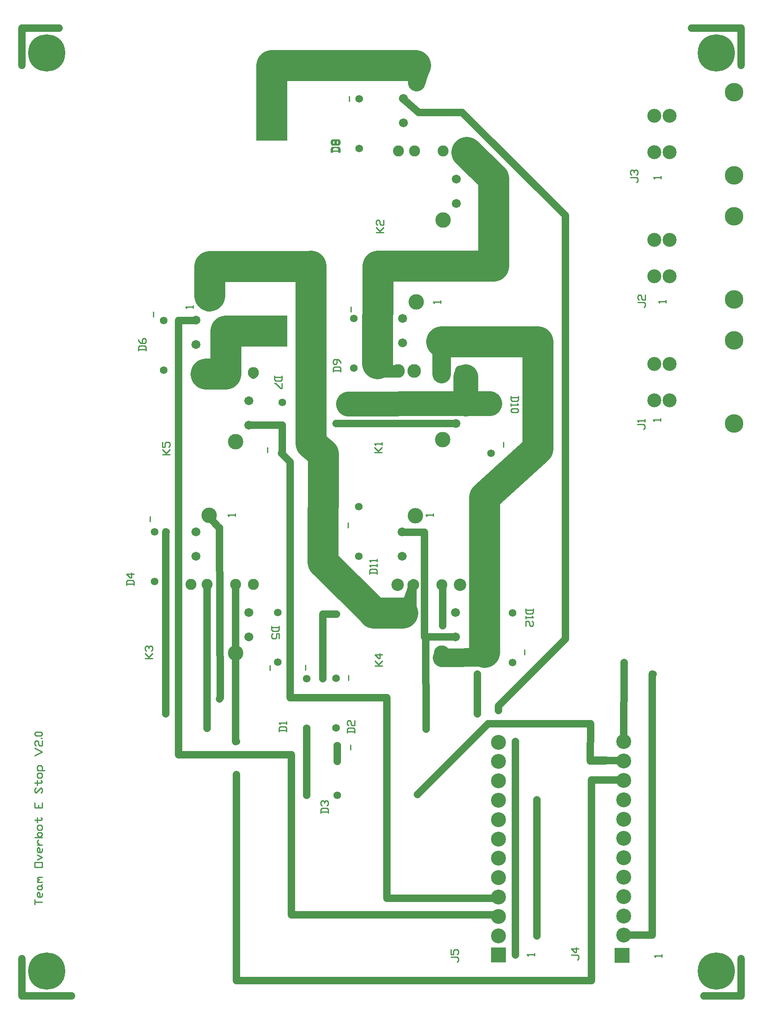
<source format=gtl>
*%FSLAX23Y23*%
*%MOIN*%
G01*
%ADD11C,0.150*%
%ADD12C,0.112*%
%ADD13C,0.120*%
%ADD14C,0.130*%
%ADD15C,0.140*%
%ADD16C,0.110*%
%ADD17C,0.100*%
%ADD18C,0.125*%
%ADD19C,0.090*%
%ADD20C,0.072*%
%ADD21C,0.089*%
%ADD22C,0.015*%
%ADD23C,0.200*%
%ADD24C,0.062*%
%ADD25C,0.060*%
%ADD26C,0.250*%
%ADD27C,0.010*%
%ADD28C,0.300*%
%ADD29C,0.012*%
%ADD30R,0.120X0.120*%
%ADD31R,0.025X0.025*%
D11*
X3587Y2927D02*
X3587Y2927D01*
X3940Y2930D01*
X5942Y4813D03*
X5942Y5482D03*
X5942Y5813D03*
X5942Y6482D03*
X5942Y6813D03*
X5942Y7482D03*
X3582Y5472D02*
X3582Y5472D01*
X3582Y5213D01*
D12*
X5300Y5295D03*
X5425Y5295D03*
X5425Y5000D03*
X5300Y5000D03*
X5300Y6000D03*
X5425Y6000D03*
X5425Y6295D03*
X5300Y6295D03*
X5300Y7000D03*
X5425Y7000D03*
X5425Y7295D03*
X5300Y7295D03*
D13*
X4044Y2245D03*
X4044Y2089D03*
X4044Y1933D03*
X4044Y1777D03*
X4044Y1621D03*
X4044Y1465D03*
X4044Y1309D03*
X4044Y1153D03*
X4044Y997D03*
X4044Y841D03*
X4044Y685D03*
X5052Y689D03*
X5052Y845D03*
X5052Y1001D03*
X5052Y1157D03*
X5052Y1313D03*
X5052Y1469D03*
X5052Y1625D03*
X5052Y1781D03*
X5052Y1937D03*
X5052Y2093D03*
X5052Y2249D03*
D14*
X3588Y2960D03*
D15*
X3384Y7560D02*
X3384Y7560D01*
X3428Y7696D01*
X3384Y7564D03*
D16*
X3363Y5237D03*
X3233Y5237D03*
X3592Y5237D03*
D17*
X3235Y5235D02*
X3235Y5235D01*
X3120Y5235D01*
X3733Y3515D03*
X3229Y3515D03*
D18*
X3375Y4070D03*
X3592Y4682D03*
X3379Y5792D03*
X3597Y6454D03*
X1710Y4072D03*
X1923Y4667D03*
X1710Y5777D03*
X1923Y2962D03*
D19*
X1694Y5222D03*
X2068Y5222D03*
D20*
X2031Y4996D03*
X2031Y4799D03*
X1602Y5449D03*
X1602Y5646D03*
X3271Y5661D03*
X3271Y5464D03*
X3700Y5011D03*
X3700Y4814D03*
X3267Y3939D03*
X3267Y3742D03*
X3696Y3289D03*
X3696Y3092D03*
X2031Y3094D03*
X2031Y3291D03*
X1602Y3744D03*
X1602Y3941D03*
X3705Y6586D03*
X3705Y6783D03*
X3276Y7236D03*
X3276Y7433D03*
D21*
X3238Y7009D03*
X3368Y7009D03*
X3597Y7009D03*
X3742Y7009D03*
X3737Y5237D03*
X3588Y3515D03*
X3359Y3515D03*
X2068Y3517D03*
X1923Y3517D03*
X1694Y3517D03*
X1564Y3517D03*
D23*
X2835Y4970D02*
X2835Y4970D01*
X3636Y4974D01*
X3636Y4974D02*
X3636Y4974D01*
X3973Y4975D01*
X3780Y4970D02*
X3780Y4970D01*
X3780Y5190D01*
X2152Y5560D02*
X2152Y5561D01*
X2215Y7284D02*
X2215Y7511D01*
D24*
X2919Y7429D03*
X2919Y7029D03*
X2876Y5660D03*
X2876Y5260D03*
X2299Y4984D03*
X2299Y4584D03*
X2916Y4142D03*
X2916Y3742D03*
X2265Y3290D03*
X2265Y2890D03*
X2496Y2757D03*
X2734Y2759D03*
X2734Y2359D03*
X2742Y2217D03*
X2496Y2357D03*
X2742Y1817D03*
X4158Y2888D03*
X4158Y3288D03*
X3985Y4575D03*
X3985Y4975D03*
X1344Y5245D03*
X1344Y5645D03*
X1269Y3939D03*
X1269Y3539D03*
D25*
X1359Y3939D02*
X1359Y3939D01*
X1359Y2484D01*
X1359Y2484D02*
X1359Y2484D01*
X1359Y2474D01*
X1359Y2474D03*
X1462Y2143D02*
X1462Y2143D01*
X2372Y2143D01*
X2372Y2143D02*
X2372Y2143D01*
X2372Y855D01*
X2372Y855D02*
X2372Y855D01*
X4038Y855D01*
X4038Y988D02*
X4038Y988D01*
X3142Y988D01*
X3142Y988D02*
X3142Y988D01*
X3142Y2605D01*
X3142Y2605D02*
X3142Y2605D01*
X2365Y2605D01*
X2365Y2605D02*
X2365Y2605D01*
X2365Y4502D01*
X2365Y4502D02*
X2365Y4502D01*
X2295Y4572D01*
X2299Y4584D02*
X2299Y4584D01*
X2299Y4799D01*
X2299Y4799D02*
X2299Y4799D01*
X2029Y4799D01*
X2734Y4814D02*
X2734Y4814D01*
X3700Y4814D01*
X3593Y3514D02*
X3593Y3514D01*
X3593Y3182D01*
X3594Y3183D03*
X3687Y3092D02*
X3687Y3092D01*
X3447Y3092D01*
X3447Y3092D02*
X3447Y3092D01*
X3447Y3938D01*
X3447Y3938D02*
X3447Y3938D01*
X3261Y3938D01*
X3356Y3529D02*
X3356Y3529D01*
X3271Y3292D01*
X3355Y3310D02*
X3355Y3310D01*
X3355Y3520D01*
X3340Y3520D02*
X3340Y3520D01*
X3340Y3370D01*
X3456Y3082D02*
X3456Y3082D01*
X3459Y2351D01*
X3459Y2351D03*
X3874Y2474D02*
X3874Y2474D01*
X3874Y2794D01*
X3874Y2794D02*
X3874Y2794D01*
X3874Y2784D01*
X3874Y2794D03*
X4044Y2537D02*
X4044Y2537D01*
X4584Y3077D01*
X4584Y3077D02*
X4584Y3077D01*
X4584Y6491D01*
X4584Y6491D02*
X4584Y6491D01*
X3750Y7320D01*
X3750Y7320D02*
X3750Y7320D01*
X3400Y7320D01*
X3400Y7320D02*
X3400Y7320D01*
X3270Y7435D01*
X2265Y7288D03*
X2165Y7288D03*
X2165Y7176D03*
X2265Y7176D03*
X500Y8000D02*
X500Y8000D01*
X200Y8000D01*
X200Y8000D02*
X200Y8000D01*
X200Y7700D01*
X2165Y5610D03*
X2165Y5510D03*
X2265Y5510D03*
X2265Y5610D03*
X2068Y5222D02*
X2068Y5222D01*
X2068Y5204D01*
X1602Y5643D02*
X1602Y5643D01*
X1462Y5643D01*
X1462Y5643D02*
X1462Y5643D01*
X1462Y2143D01*
X1694Y2357D03*
X1694Y2357D01*
X1694Y3517D01*
X1923Y3517D02*
X1923Y3517D01*
X1923Y2962D01*
X1924Y2954D02*
X1924Y2954D01*
X1924Y2249D01*
X1929Y2249D03*
X1929Y1984D03*
X1929Y1984D01*
X1929Y324D01*
X1929Y324D02*
X1929Y324D01*
X4794Y324D01*
X4794Y324D02*
X4794Y324D01*
X4794Y1939D01*
X4794Y1939D02*
X4794Y1939D01*
X5049Y1939D01*
X5042Y2096D02*
X5042Y2096D01*
X4784Y2094D01*
X4784Y2094D02*
X4784Y2094D01*
X4788Y2393D01*
X4788Y2393D02*
X4788Y2393D01*
X3960Y2393D01*
X3960Y2393D02*
X3960Y2393D01*
X3390Y1823D01*
X3390Y1823D03*
X2742Y2089D03*
X2742Y2089D01*
X2742Y2217D01*
X2496Y2357D02*
X2496Y2357D01*
X2496Y1817D01*
X2496Y1817D03*
X1794Y2594D02*
X1794Y2594D01*
X1799Y2604D01*
X1799Y2604D03*
X1799Y2604D01*
X1794Y3964D01*
X1794Y3974D02*
X1794Y3974D01*
X1784Y3979D01*
X1784Y3979D02*
X1784Y3979D01*
X1709Y4059D01*
X1364Y3939D03*
X2628Y3276D02*
X2628Y3276D01*
X2628Y2756D01*
X2628Y2756D02*
X2628Y2756D01*
X2628Y2757D01*
X2628Y2756D03*
X2628Y3276D02*
X2628Y3276D01*
X2738Y3276D01*
X2738Y3276D03*
X3874Y2474D03*
X4044Y2499D02*
X4044Y2499D01*
X4044Y2529D01*
X4044Y2499D03*
X4181Y2250D02*
X4181Y2250D01*
X4181Y529D01*
X4181Y529D03*
X4352Y685D02*
X4352Y685D01*
X4352Y1780D01*
X4352Y1780D03*
X4181Y2250D03*
X4794Y2101D02*
X4794Y2101D01*
X5049Y2098D01*
X5052Y2249D02*
X5052Y2249D01*
X5056Y2888D01*
X5056Y2888D03*
X5284Y2794D02*
X5284Y2794D01*
X5284Y689D01*
X5284Y689D02*
X5284Y689D01*
X5049Y689D01*
X5700Y200D02*
X5700Y200D01*
X6000Y200D01*
X6000Y200D02*
X6000Y200D01*
X6000Y500D01*
X5289Y2794D03*
X4352Y685D03*
X600Y200D02*
X600Y200D01*
X200Y200D01*
X200Y200D02*
X200Y200D01*
X200Y500D01*
X2738Y4812D03*
X2834Y4930D03*
X2834Y5026D03*
X2937Y5026D03*
X2937Y4930D03*
X5425Y6000D02*
X5425Y6000D01*
X5425Y6004D01*
X5425Y6004D03*
X6000Y7700D02*
X6000Y7700D01*
X6000Y8000D01*
X6000Y8000D02*
X6000Y8000D01*
X5600Y8000D01*
D26*
X4003Y6789D02*
X4003Y6789D01*
X3788Y7000D01*
X3375Y7700D02*
X3375Y7700D01*
X2215Y7700D01*
X3069Y6084D02*
X3069Y6084D01*
X4004Y6084D01*
X4004Y6084D02*
X4004Y6084D01*
X4002Y6789D01*
X3069Y6084D02*
X3069Y6084D01*
X3068Y5296D01*
X3582Y5472D02*
X3582Y5472D01*
X4360Y5473D01*
X4360Y5473D02*
X4360Y5473D01*
X4360Y4610D01*
X4360Y4610D02*
X4360Y4610D01*
X3930Y4219D01*
X3930Y4219D02*
X3930Y4219D01*
X3930Y2969D01*
X3269Y3288D02*
X3269Y3288D01*
X3036Y3288D01*
X3042Y3288D02*
X3042Y3288D01*
X2628Y3696D01*
X2628Y3696D02*
X2628Y3696D01*
X2630Y4570D01*
X2630Y4570D02*
X2630Y4570D01*
X2530Y4655D01*
X2530Y4655D02*
X2530Y4655D01*
X2530Y6085D01*
X2530Y6080D02*
X2530Y6080D01*
X1715Y6080D01*
X1715Y6080D02*
X1715Y6080D01*
X1715Y5845D01*
X1845Y5560D02*
X1845Y5560D01*
X1845Y5215D01*
X1845Y5215D02*
X1845Y5215D01*
X1685Y5215D01*
X1845Y5560D02*
X1845Y5560D01*
X1965Y5560D01*
D27*
X1530Y5745D02*
X1530Y5745D01*
X1520Y5755D01*
X1580Y5755D02*
X1520Y5755D01*
X1580Y5745D02*
X1580Y5755D01*
X1580Y5745D02*
X1580Y5765D01*
X1259Y5714D02*
X1259Y5714D01*
X1259Y5674D01*
X1200Y5430D02*
X1200Y5430D01*
X1200Y5400D01*
X1190Y5440D02*
X1200Y5430D01*
X1190Y5440D02*
X1150Y5440D01*
X1150Y5440D02*
X1140Y5430D01*
X1140Y5430D02*
X1140Y5400D01*
X1140Y5410D02*
X1140Y5400D01*
X1200Y5410D02*
X1140Y5410D01*
X1170Y5490D02*
X1170Y5490D01*
X1170Y5460D01*
X1180Y5500D02*
X1170Y5490D01*
X1190Y5500D02*
X1180Y5500D01*
X1190Y5500D02*
X1200Y5490D01*
X1200Y5490D02*
X1200Y5470D01*
X1200Y5470D02*
X1190Y5460D01*
X1190Y5460D02*
X1160Y5460D01*
X1140Y5480D02*
X1160Y5460D01*
X1140Y5490D02*
X1140Y5480D01*
X1332Y4565D02*
X1332Y4565D01*
X1392Y4565D01*
X1332Y4605D02*
X1332Y4605D01*
X1362Y4575D01*
X1362Y4575D02*
X1362Y4565D01*
X1362Y4575D02*
X1362Y4565D01*
X1392Y4605D02*
X1362Y4575D01*
X1392Y4635D02*
X1392Y4635D01*
X1382Y4625D01*
X1392Y4655D02*
X1392Y4635D01*
X1382Y4665D02*
X1392Y4655D01*
X1362Y4665D02*
X1382Y4665D01*
X1362Y4665D02*
X1352Y4655D01*
X1352Y4655D02*
X1352Y4625D01*
X1332Y4625D02*
X1352Y4625D01*
X1332Y4665D02*
X1332Y4625D01*
X1234Y4064D02*
X1234Y4064D01*
X1234Y4024D01*
X1104Y3539D02*
X1104Y3539D01*
X1104Y3509D01*
X1094Y3549D02*
X1104Y3539D01*
X1094Y3549D02*
X1054Y3549D01*
X1054Y3549D02*
X1044Y3539D01*
X1044Y3539D02*
X1044Y3509D01*
X1044Y3519D02*
X1044Y3509D01*
X1104Y3519D02*
X1044Y3519D01*
X1084Y3609D02*
X1084Y3609D01*
X1084Y3569D01*
X1084Y3569D02*
X1074Y3569D01*
X1044Y3599D02*
X1074Y3569D01*
X1104Y3599D02*
X1044Y3599D01*
X1860Y4077D02*
X1860Y4077D01*
X1870Y4067D01*
X1860Y4077D02*
X1920Y4077D01*
X1920Y4067D02*
X1920Y4077D01*
X1920Y4067D02*
X1920Y4087D01*
X2180Y4580D02*
X2180Y4580D01*
X2180Y4620D01*
X2236Y5166D02*
X2236Y5166D01*
X2236Y5196D01*
X2246Y5156D02*
X2236Y5166D01*
X2246Y5156D02*
X2286Y5156D01*
X2286Y5156D02*
X2296Y5166D01*
X2296Y5166D02*
X2296Y5196D01*
X2296Y5186D02*
X2296Y5196D01*
X2236Y5186D02*
X2296Y5186D01*
X2296Y5096D02*
X2296Y5096D01*
X2296Y5136D01*
X2286Y5096D02*
X2296Y5096D01*
X2286Y5096D02*
X2246Y5136D01*
X2236Y5136D02*
X2246Y5136D01*
X2769Y5229D02*
X2769Y5229D01*
X2769Y5259D01*
X2759Y5269D02*
X2769Y5259D01*
X2719Y5269D02*
X2759Y5269D01*
X2709Y5259D02*
X2719Y5269D01*
X2709Y5229D02*
X2709Y5259D01*
X2709Y5229D02*
X2709Y5239D01*
X2709Y5239D02*
X2769Y5239D01*
X2769Y5299D02*
X2769Y5299D01*
X2769Y5309D01*
X2749Y5329D02*
X2769Y5309D01*
X2719Y5329D02*
X2749Y5329D01*
X2709Y5319D02*
X2719Y5329D01*
X2709Y5299D02*
X2709Y5319D01*
X2709Y5299D02*
X2719Y5289D01*
X2719Y5289D02*
X2729Y5289D01*
X2729Y5289D02*
X2739Y5299D01*
X2739Y5299D02*
X2739Y5329D01*
X2854Y5714D02*
X2854Y5714D01*
X2854Y5754D01*
X3058Y6353D02*
X3058Y6353D01*
X3118Y6353D01*
X3088Y6363D02*
X3088Y6363D01*
X3058Y6393D01*
X3088Y6353D02*
X3088Y6363D01*
X3088Y6353D02*
X3088Y6363D01*
X3088Y6363D02*
X3118Y6393D01*
X3068Y6413D02*
X3068Y6413D01*
X3058Y6423D01*
X3058Y6423D02*
X3058Y6443D01*
X3058Y6443D02*
X3068Y6453D01*
X3068Y6453D02*
X3078Y6453D01*
X3088Y6443D02*
X3078Y6453D01*
X3088Y6423D02*
X3088Y6443D01*
X3098Y6413D02*
X3088Y6423D01*
X3098Y6413D02*
X3118Y6413D01*
X3118Y6413D02*
X3118Y6453D01*
X2762Y6999D02*
X2762Y6999D01*
X2762Y7029D01*
X2762Y7029D02*
X2752Y7039D01*
X2752Y7039D02*
X2712Y7039D01*
X2702Y7029D02*
X2712Y7039D01*
X2702Y6999D02*
X2702Y7029D01*
X2702Y6999D02*
X2702Y7009D01*
X2762Y7009D02*
X2702Y7009D01*
X2752Y7059D02*
X2752Y7059D01*
X2762Y7069D01*
X2752Y7059D02*
X2742Y7059D01*
X2742Y7059D02*
X2732Y7069D01*
X2732Y7069D02*
X2732Y7089D01*
X2732Y7089D02*
X2722Y7099D01*
X2722Y7099D02*
X2712Y7099D01*
X2702Y7089D02*
X2712Y7099D01*
X2702Y7069D02*
X2702Y7089D01*
X2712Y7059D02*
X2702Y7069D01*
X2722Y7059D02*
X2712Y7059D01*
X2722Y7059D02*
X2732Y7069D01*
X2732Y7069D02*
X2732Y7089D01*
X2732Y7089D02*
X2742Y7099D01*
X2752Y7099D02*
X2742Y7099D01*
X2762Y7089D02*
X2752Y7099D01*
X2762Y7069D02*
X2762Y7089D01*
X2754Y7029D02*
X2754Y7029D01*
X2754Y6999D01*
X2744Y7039D02*
X2754Y7029D01*
X2744Y7039D02*
X2704Y7039D01*
X2704Y7039D02*
X2694Y7029D01*
X2694Y7029D02*
X2694Y6999D01*
X2694Y7009D02*
X2694Y6999D01*
X2754Y7009D02*
X2694Y7009D01*
X2754Y7069D02*
X2754Y7069D01*
X2744Y7059D01*
X2744Y7059D02*
X2734Y7059D01*
X2734Y7059D02*
X2724Y7069D01*
X2724Y7089D02*
X2724Y7069D01*
X2724Y7089D02*
X2714Y7099D01*
X2714Y7099D02*
X2704Y7099D01*
X2704Y7099D02*
X2694Y7089D01*
X2694Y7089D02*
X2694Y7069D01*
X2704Y7059D02*
X2694Y7069D01*
X2714Y7059D02*
X2704Y7059D01*
X2724Y7069D02*
X2714Y7059D01*
X2724Y7089D02*
X2724Y7069D01*
X2734Y7099D02*
X2724Y7089D01*
X2744Y7099D02*
X2734Y7099D01*
X2754Y7089D02*
X2744Y7099D01*
X2754Y7089D02*
X2754Y7069D01*
X2839Y7409D02*
X2839Y7409D01*
X2839Y7449D01*
X3516Y5793D02*
X3516Y5793D01*
X3526Y5783D01*
X3516Y5793D02*
X3576Y5793D01*
X3576Y5793D02*
X3576Y5783D01*
X3576Y5803D02*
X3576Y5783D01*
X4144Y5034D02*
X4144Y5034D01*
X4144Y5004D01*
X4144Y5004D02*
X4154Y4994D01*
X4154Y4994D02*
X4194Y4994D01*
X4204Y5004D02*
X4194Y4994D01*
X4204Y5034D02*
X4204Y5004D01*
X4204Y5034D02*
X4204Y5024D01*
X4144Y5024D02*
X4204Y5024D01*
X4194Y4974D02*
X4194Y4974D01*
X4204Y4964D01*
X4144Y4964D02*
X4204Y4964D01*
X4144Y4974D02*
X4144Y4964D01*
X4144Y4974D02*
X4144Y4954D01*
X4154Y4934D02*
X4154Y4934D01*
X4144Y4924D01*
X4154Y4934D02*
X4194Y4934D01*
X4194Y4934D02*
X4204Y4924D01*
X4204Y4924D02*
X4204Y4914D01*
X4204Y4914D02*
X4194Y4904D01*
X4154Y4904D02*
X4194Y4904D01*
X4144Y4914D02*
X4154Y4904D01*
X4144Y4924D02*
X4144Y4914D01*
X4084Y4664D02*
X4084Y4664D01*
X4084Y4624D01*
X3466Y4067D02*
X3466Y4067D01*
X3456Y4077D01*
X3516Y4077D02*
X3456Y4077D01*
X3516Y4077D02*
X3516Y4067D01*
X3516Y4087D02*
X3516Y4067D01*
X3065Y3630D02*
X3065Y3630D01*
X3065Y3600D01*
X3065Y3630D02*
X3055Y3640D01*
X3055Y3640D02*
X3015Y3640D01*
X3015Y3640D02*
X3005Y3630D01*
X3005Y3630D02*
X3005Y3600D01*
X3005Y3610D02*
X3005Y3600D01*
X3065Y3610D02*
X3005Y3610D01*
X3015Y3660D02*
X3015Y3660D01*
X3005Y3670D01*
X3065Y3670D02*
X3005Y3670D01*
X3065Y3670D02*
X3065Y3660D01*
X3065Y3680D02*
X3065Y3660D01*
X3015Y3700D02*
X3015Y3700D01*
X3005Y3710D01*
X3065Y3710D02*
X3005Y3710D01*
X3065Y3710D02*
X3065Y3700D01*
X3065Y3720D02*
X3065Y3700D01*
X2829Y3974D02*
X2829Y3974D01*
X2829Y4014D01*
X3044Y4579D02*
X3044Y4579D01*
X3104Y4579D01*
X3074Y4589D02*
X3074Y4589D01*
X3044Y4619D01*
X3074Y4579D02*
X3074Y4589D01*
X3074Y4579D02*
X3074Y4589D01*
X3074Y4589D02*
X3104Y4619D01*
X3054Y4639D02*
X3054Y4639D01*
X3044Y4649D01*
X3044Y4649D02*
X3104Y4649D01*
X3104Y4639D02*
X3104Y4649D01*
X3104Y4639D02*
X3104Y4659D01*
X4264Y3319D02*
X4264Y3319D01*
X4264Y3289D01*
X4264Y3289D02*
X4274Y3279D01*
X4274Y3279D02*
X4314Y3279D01*
X4324Y3289D02*
X4314Y3279D01*
X4324Y3319D02*
X4324Y3289D01*
X4324Y3319D02*
X4324Y3309D01*
X4264Y3309D02*
X4324Y3309D01*
X4314Y3259D02*
X4314Y3259D01*
X4324Y3249D01*
X4264Y3249D02*
X4324Y3249D01*
X4264Y3259D02*
X4264Y3249D01*
X4264Y3259D02*
X4264Y3239D01*
X4314Y3219D02*
X4314Y3219D01*
X4324Y3209D01*
X4324Y3209D02*
X4324Y3189D01*
X4324Y3189D02*
X4314Y3179D01*
X4304Y3179D02*
X4314Y3179D01*
X4294Y3189D02*
X4304Y3179D01*
X4294Y3209D02*
X4294Y3189D01*
X4284Y3219D02*
X4294Y3209D01*
X4264Y3219D02*
X4284Y3219D01*
X4264Y3219D02*
X4264Y3179D01*
X4255Y2989D02*
X4255Y2989D01*
X4255Y2949D01*
X3108Y2861D02*
X3108Y2861D01*
X3048Y2861D01*
X3078Y2871D02*
X3078Y2871D01*
X3048Y2901D01*
X3078Y2871D02*
X3078Y2861D01*
X3078Y2871D02*
X3078Y2861D01*
X3108Y2901D02*
X3078Y2871D01*
X3088Y2961D02*
X3088Y2961D01*
X3088Y2921D01*
X3088Y2921D02*
X3078Y2921D01*
X3078Y2921D02*
X3048Y2951D01*
X3108Y2951D02*
X3048Y2951D01*
X2834Y2784D02*
X2834Y2784D01*
X2834Y2744D01*
X2487Y2826D02*
X2487Y2826D01*
X2487Y2866D01*
X2199Y2864D02*
X2199Y2864D01*
X2199Y2824D01*
X2214Y3149D02*
X2214Y3149D01*
X2214Y3179D01*
X2224Y3139D02*
X2214Y3149D01*
X2224Y3139D02*
X2264Y3139D01*
X2264Y3139D02*
X2274Y3149D01*
X2274Y3149D02*
X2274Y3179D01*
X2274Y3169D02*
X2274Y3179D01*
X2214Y3169D02*
X2274Y3169D01*
X2214Y3109D02*
X2214Y3109D01*
X2224Y3119D01*
X2214Y3089D02*
X2214Y3109D01*
X2224Y3079D02*
X2214Y3089D01*
X2224Y3079D02*
X2244Y3079D01*
X2244Y3079D02*
X2254Y3089D01*
X2254Y3089D02*
X2254Y3119D01*
X2254Y3119D02*
X2274Y3119D01*
X2274Y3079D02*
X2274Y3119D01*
X1254Y2921D02*
X1254Y2921D01*
X1194Y2921D01*
X1224Y2931D02*
X1224Y2931D01*
X1194Y2961D01*
X1224Y2931D02*
X1224Y2921D01*
X1224Y2931D02*
X1224Y2921D01*
X1254Y2961D02*
X1224Y2931D01*
X1204Y2981D02*
X1204Y2981D01*
X1194Y2991D01*
X1194Y3011D02*
X1194Y2991D01*
X1204Y3021D02*
X1194Y3011D01*
X1214Y3021D02*
X1204Y3021D01*
X1224Y3011D02*
X1214Y3021D01*
X1224Y3011D02*
X1224Y3001D01*
X1224Y3011D02*
X1224Y3001D01*
X1234Y3021D02*
X1224Y3011D01*
X1244Y3021D02*
X1234Y3021D01*
X1254Y3011D02*
X1244Y3021D01*
X1254Y3011D02*
X1254Y2991D01*
X1254Y2991D02*
X1244Y2981D01*
X2334Y2359D02*
X2334Y2359D01*
X2334Y2329D01*
X2324Y2369D02*
X2334Y2359D01*
X2284Y2369D02*
X2324Y2369D01*
X2274Y2359D02*
X2284Y2369D01*
X2274Y2359D02*
X2274Y2329D01*
X2274Y2339D02*
X2274Y2329D01*
X2274Y2339D02*
X2334Y2339D01*
X2274Y2399D02*
X2274Y2399D01*
X2284Y2389D01*
X2274Y2399D02*
X2334Y2399D01*
X2334Y2399D02*
X2334Y2389D01*
X2334Y2409D02*
X2334Y2389D01*
X2884Y2349D02*
X2884Y2349D01*
X2884Y2319D01*
X2874Y2359D02*
X2884Y2349D01*
X2834Y2359D02*
X2874Y2359D01*
X2824Y2349D02*
X2834Y2359D01*
X2824Y2349D02*
X2824Y2319D01*
X2824Y2329D02*
X2824Y2319D01*
X2824Y2329D02*
X2884Y2329D01*
X2824Y2389D02*
X2824Y2389D01*
X2834Y2379D01*
X2824Y2389D02*
X2824Y2409D01*
X2824Y2409D02*
X2834Y2419D01*
X2834Y2419D02*
X2844Y2419D01*
X2844Y2419D02*
X2854Y2409D01*
X2854Y2389D02*
X2854Y2409D01*
X2854Y2389D02*
X2864Y2379D01*
X2864Y2379D02*
X2884Y2379D01*
X2884Y2379D02*
X2884Y2419D01*
X2849Y2224D02*
X2849Y2224D01*
X2849Y2184D01*
X2669Y1704D02*
X2669Y1704D01*
X2669Y1674D01*
X2659Y1714D02*
X2669Y1704D01*
X2659Y1714D02*
X2619Y1714D01*
X2619Y1714D02*
X2609Y1704D01*
X2609Y1704D02*
X2609Y1674D01*
X2609Y1684D02*
X2609Y1674D01*
X2669Y1684D02*
X2609Y1684D01*
X2609Y1744D02*
X2609Y1744D01*
X2619Y1734D01*
X2609Y1764D02*
X2609Y1744D01*
X2619Y1774D02*
X2609Y1764D01*
X2629Y1774D02*
X2619Y1774D01*
X2629Y1774D02*
X2639Y1764D01*
X2639Y1764D02*
X2639Y1754D01*
X2639Y1764D02*
X2639Y1754D01*
X2649Y1774D02*
X2639Y1764D01*
X2659Y1774D02*
X2649Y1774D01*
X2659Y1774D02*
X2669Y1764D01*
X2669Y1764D02*
X2669Y1744D01*
X2669Y1744D02*
X2659Y1734D01*
X4274Y534D02*
X4274Y534D01*
X4284Y524D01*
X4274Y534D02*
X4334Y534D01*
X4334Y534D02*
X4334Y524D01*
X4334Y544D02*
X4334Y524D01*
X4679Y489D02*
X4679Y489D01*
X4689Y499D01*
X4689Y519D02*
X4689Y499D01*
X4679Y529D02*
X4689Y519D01*
X4629Y529D02*
X4679Y529D01*
X4669Y549D02*
X4669Y549D01*
X4669Y589D01*
X4659Y549D02*
X4669Y549D01*
X4629Y579D02*
X4659Y549D01*
X4629Y579D02*
X4689Y579D01*
X5299Y524D02*
X5299Y524D01*
X5309Y514D01*
X5299Y524D02*
X5359Y524D01*
X5359Y524D02*
X5359Y514D01*
X5359Y534D02*
X5359Y514D01*
X3719Y484D02*
X3719Y484D01*
X3709Y474D01*
X3719Y504D02*
X3719Y484D01*
X3719Y504D02*
X3709Y514D01*
X3709Y514D02*
X3659Y514D01*
X3719Y544D02*
X3719Y544D01*
X3709Y534D01*
X3719Y544D02*
X3719Y564D01*
X3719Y564D02*
X3709Y574D01*
X3709Y574D02*
X3689Y574D01*
X3689Y574D02*
X3679Y564D01*
X3679Y534D02*
X3679Y564D01*
X3679Y534D02*
X3659Y534D01*
X3659Y534D02*
X3659Y574D01*
X304Y936D02*
X304Y936D01*
X304Y976D01*
X304Y956D02*
X304Y976D01*
X364Y956D02*
X304Y956D01*
X344Y996D02*
X344Y996D01*
X344Y1026D01*
X344Y1026D02*
X334Y1036D01*
X334Y1036D02*
X324Y1026D01*
X324Y1006D02*
X324Y1026D01*
X334Y996D02*
X324Y1006D01*
X354Y996D02*
X334Y996D01*
X364Y1006D02*
X354Y996D01*
X364Y1006D02*
X364Y1026D01*
X364Y1066D02*
X364Y1066D01*
X364Y1076D01*
X364Y1066D02*
X354Y1056D01*
X354Y1056D02*
X334Y1056D01*
X334Y1056D02*
X324Y1066D01*
X324Y1066D02*
X324Y1076D01*
X334Y1086D02*
X324Y1076D01*
X354Y1086D02*
X334Y1086D01*
X364Y1076D02*
X354Y1086D01*
X364Y1076D02*
X354Y1086D01*
X364Y1096D02*
X354Y1086D01*
X364Y1116D02*
X364Y1116D01*
X324Y1116D01*
X334Y1116D02*
X324Y1116D01*
X334Y1116D02*
X324Y1126D01*
X334Y1136D02*
X324Y1126D01*
X344Y1136D02*
X334Y1136D01*
X344Y1136D02*
X334Y1136D01*
X334Y1136D02*
X324Y1146D01*
X334Y1156D02*
X324Y1146D01*
X364Y1156D02*
X334Y1156D01*
X364Y1236D02*
X364Y1236D01*
X304Y1236D01*
X304Y1236D02*
X304Y1276D01*
X364Y1276D02*
X304Y1276D01*
X364Y1236D02*
X364Y1276D01*
X364Y1236D02*
X364Y1276D01*
X364Y1316D02*
X364Y1316D01*
X324Y1296D01*
X364Y1316D02*
X324Y1336D01*
X344Y1356D02*
X344Y1356D01*
X344Y1386D01*
X344Y1386D02*
X334Y1396D01*
X334Y1396D02*
X324Y1386D01*
X324Y1366D02*
X324Y1386D01*
X334Y1356D02*
X324Y1366D01*
X354Y1356D02*
X334Y1356D01*
X364Y1366D02*
X354Y1356D01*
X364Y1366D02*
X364Y1386D01*
X364Y1416D02*
X364Y1416D01*
X324Y1416D01*
X344Y1416D02*
X324Y1416D01*
X344Y1416D02*
X324Y1436D01*
X324Y1436D02*
X324Y1446D01*
X334Y1456D02*
X324Y1446D01*
X364Y1476D02*
X364Y1476D01*
X304Y1476D01*
X344Y1476D02*
X304Y1476D01*
X344Y1476D02*
X324Y1496D01*
X324Y1496D02*
X324Y1506D01*
X334Y1516D02*
X324Y1506D01*
X354Y1516D02*
X334Y1516D01*
X364Y1506D02*
X354Y1516D01*
X364Y1496D02*
X364Y1506D01*
X364Y1496D02*
X344Y1476D01*
X364Y1546D02*
X364Y1546D01*
X364Y1566D01*
X364Y1546D02*
X354Y1536D01*
X354Y1536D02*
X334Y1536D01*
X334Y1536D02*
X324Y1546D01*
X324Y1546D02*
X324Y1566D01*
X334Y1576D02*
X324Y1566D01*
X354Y1576D02*
X334Y1576D01*
X364Y1566D02*
X354Y1576D01*
X324Y1596D02*
X324Y1596D01*
X324Y1636D01*
X354Y1616D02*
X354Y1616D01*
X304Y1616D01*
X364Y1626D02*
X354Y1616D01*
X364Y1626D02*
X354Y1636D01*
X364Y1716D02*
X364Y1716D01*
X304Y1716D01*
X304Y1716D02*
X304Y1756D01*
X304Y1716D02*
X304Y1756D01*
X334Y1716D02*
X304Y1716D01*
X334Y1716D02*
X334Y1736D01*
X334Y1716D02*
X334Y1736D01*
X364Y1716D02*
X334Y1716D01*
X364Y1716D02*
X364Y1756D01*
X364Y1846D02*
X364Y1846D01*
X354Y1836D01*
X364Y1846D02*
X364Y1866D01*
X364Y1866D02*
X354Y1876D01*
X354Y1876D02*
X314Y1836D01*
X314Y1836D02*
X304Y1846D01*
X304Y1846D02*
X304Y1866D01*
X314Y1876D02*
X304Y1866D01*
X324Y1896D02*
X324Y1896D01*
X324Y1936D01*
X354Y1916D02*
X354Y1916D01*
X304Y1916D01*
X364Y1926D02*
X354Y1916D01*
X364Y1926D02*
X354Y1936D01*
X364Y1966D02*
X364Y1966D01*
X364Y1986D01*
X364Y1966D02*
X354Y1956D01*
X354Y1956D02*
X334Y1956D01*
X334Y1956D02*
X324Y1966D01*
X324Y1966D02*
X324Y1986D01*
X334Y1996D02*
X324Y1986D01*
X354Y1996D02*
X334Y1996D01*
X364Y1986D02*
X354Y1996D01*
X384Y2016D02*
X384Y2016D01*
X364Y2016D01*
X384Y2016D02*
X324Y2016D01*
X334Y2016D02*
X324Y2016D01*
X334Y2016D02*
X324Y2026D01*
X324Y2026D02*
X324Y2046D01*
X334Y2056D02*
X324Y2046D01*
X354Y2056D02*
X334Y2056D01*
X364Y2046D02*
X354Y2056D01*
X364Y2016D02*
X364Y2046D01*
X364Y2166D02*
X364Y2166D01*
X304Y2136D01*
X364Y2166D02*
X304Y2196D01*
X314Y2216D02*
X314Y2216D01*
X304Y2226D01*
X304Y2226D02*
X304Y2246D01*
X314Y2256D02*
X304Y2246D01*
X324Y2256D02*
X314Y2256D01*
X334Y2246D02*
X324Y2256D01*
X334Y2226D02*
X334Y2246D01*
X344Y2216D02*
X334Y2226D01*
X364Y2216D02*
X344Y2216D01*
X364Y2216D02*
X364Y2256D01*
X364Y2276D02*
X364Y2276D01*
X354Y2276D01*
X364Y2306D02*
X364Y2306D01*
X354Y2296D01*
X354Y2296D02*
X314Y2296D01*
X314Y2296D02*
X304Y2306D01*
X304Y2306D02*
X304Y2316D01*
X314Y2326D02*
X304Y2316D01*
X354Y2326D02*
X314Y2326D01*
X364Y2316D02*
X354Y2326D01*
X364Y2306D02*
X364Y2316D01*
X5158Y6758D02*
X5158Y6758D01*
X5168Y6768D01*
X5168Y6768D02*
X5168Y6788D01*
X5158Y6798D02*
X5168Y6788D01*
X5108Y6798D02*
X5158Y6798D01*
X5108Y6828D02*
X5108Y6828D01*
X5118Y6818D01*
X5108Y6828D02*
X5108Y6848D01*
X5108Y6848D02*
X5118Y6858D01*
X5118Y6858D02*
X5128Y6858D01*
X5128Y6858D02*
X5138Y6848D01*
X5138Y6838D02*
X5138Y6848D01*
X5138Y6838D02*
X5138Y6848D01*
X5138Y6848D02*
X5148Y6858D01*
X5148Y6858D02*
X5158Y6858D01*
X5158Y6858D02*
X5168Y6848D01*
X5168Y6828D02*
X5168Y6848D01*
X5158Y6818D02*
X5168Y6828D01*
X5294Y6798D02*
X5294Y6798D01*
X5304Y6788D01*
X5294Y6798D02*
X5354Y6798D01*
X5354Y6798D02*
X5354Y6788D01*
X5354Y6808D02*
X5354Y6788D01*
X5334Y5796D02*
X5334Y5796D01*
X5344Y5786D01*
X5334Y5796D02*
X5394Y5796D01*
X5394Y5796D02*
X5394Y5786D01*
X5394Y5806D02*
X5394Y5786D01*
X5226Y5760D02*
X5226Y5760D01*
X5216Y5750D01*
X5226Y5780D02*
X5226Y5760D01*
X5226Y5780D02*
X5216Y5790D01*
X5216Y5790D02*
X5166Y5790D01*
X5176Y5810D02*
X5176Y5810D01*
X5166Y5820D01*
X5166Y5820D02*
X5166Y5840D01*
X5176Y5850D02*
X5166Y5840D01*
X5186Y5850D02*
X5176Y5850D01*
X5196Y5840D02*
X5186Y5850D01*
X5196Y5820D02*
X5196Y5840D01*
X5206Y5810D02*
X5196Y5820D01*
X5226Y5810D02*
X5206Y5810D01*
X5226Y5810D02*
X5226Y5850D01*
X5291Y4842D02*
X5291Y4842D01*
X5301Y4832D01*
X5291Y4842D02*
X5351Y4842D01*
X5351Y4842D02*
X5351Y4832D01*
X5351Y4852D02*
X5351Y4832D01*
X5225Y4776D02*
X5225Y4776D01*
X5215Y4766D01*
X5225Y4796D02*
X5225Y4776D01*
X5225Y4796D02*
X5215Y4806D01*
X5215Y4806D02*
X5165Y4806D01*
X5175Y4826D02*
X5175Y4826D01*
X5165Y4836D01*
X5225Y4836D02*
X5165Y4836D01*
X5225Y4836D02*
X5225Y4826D01*
X5225Y4826D02*
X5225Y4846D01*
D28*
X5800Y7800D03*
X400Y7800D03*
X400Y400D03*
X5800Y400D03*
D30*
X5040Y526D03*
X4044Y529D03*
X2025Y5495D02*
X2280Y5495D01*
X2280Y5625D01*
X2025Y5625D01*
X2025Y5495D01*
X2150Y7155D02*
X2280Y7155D01*
X2280Y7640D01*
X2150Y7640D01*
X2150Y7155D01*
D02*
M02*

</source>
